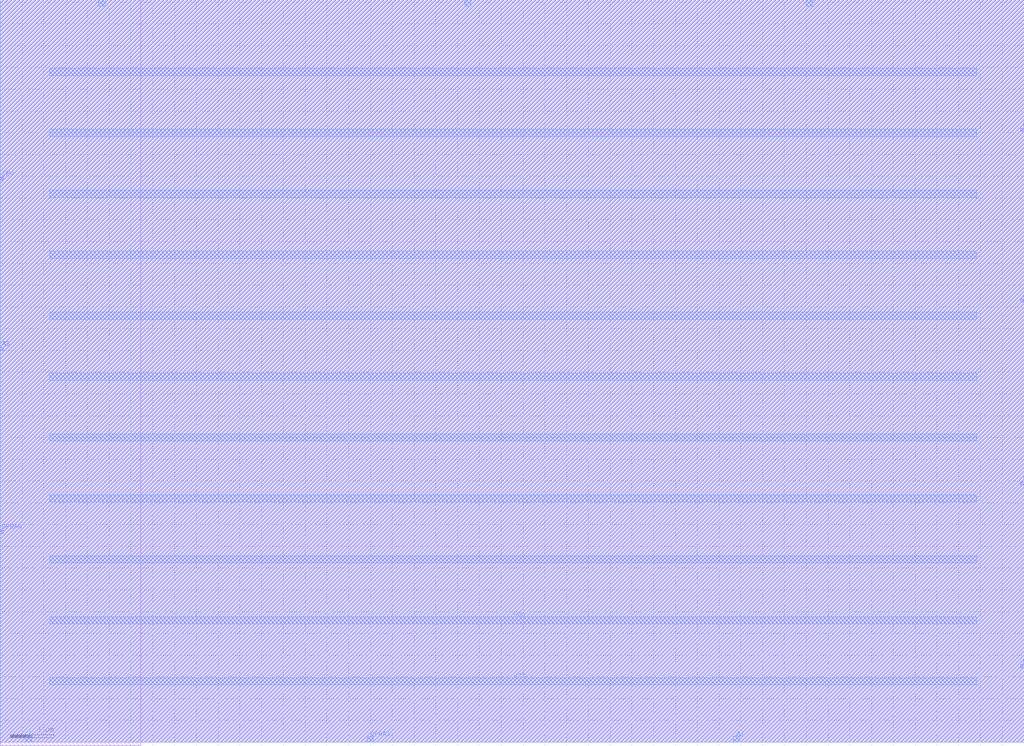
<source format=lef>
VERSION 5.8 ;
BUSBITCHARS "[]" ;
DIVIDERCHAR "/" ;
UNITS
    DATABASE MICRONS 2000 ;
END UNITS

MACRO RAM16X1D
  FOREIGN RAM16X1D 0 0 ;
  CLASS BLOCK ;
  SIZE 23.5 BY 17.05 ;
  PIN VSS
    USE GROUND ;
    DIRECTION INOUT ;
    PORT
      LAYER metal4 ;
        RECT  1.14 15.315 22.42 15.485 ;
        RECT  1.14 12.515 22.42 12.685 ;
        RECT  1.14 9.715 22.42 9.885 ;
        RECT  1.14 6.915 22.42 7.085 ;
        RECT  1.14 4.115 22.42 4.285 ;
        RECT  1.14 1.315 22.42 1.485 ;
    END
  END VSS
  PIN VDD
    USE POWER ;
    DIRECTION INOUT ;
    PORT
      LAYER metal4 ;
        RECT  1.14 13.915 22.42 14.085 ;
        RECT  1.14 11.115 22.42 11.285 ;
        RECT  1.14 8.315 22.42 8.485 ;
        RECT  1.14 5.515 22.42 5.685 ;
        RECT  1.14 2.715 22.42 2.885 ;
    END
  END VDD
  PIN A0
    DIRECTION INPUT ;
    USE SIGNAL ;
    PORT
      LAYER metal3 ;
        RECT  23.43 10.115 23.5 10.185 ;
    END
  END A0
  PIN A1
    DIRECTION INPUT ;
    USE SIGNAL ;
    PORT
      LAYER metal4 ;
        RECT  16.825 0 16.965 0.14 ;
    END
  END A1
  PIN A2
    DIRECTION INPUT ;
    USE SIGNAL ;
    PORT
      LAYER metal4 ;
        RECT  18.505 16.91 18.645 17.05 ;
    END
  END A2
  PIN A3
    DIRECTION INPUT ;
    USE SIGNAL ;
    PORT
      LAYER metal3 ;
        RECT  0 8.995 0.07 9.065 ;
    END
  END A3
  PIN D
    DIRECTION INPUT ;
    USE SIGNAL ;
    PORT
      LAYER metal4 ;
        RECT  0.585 0 0.725 0.14 ;
    END
  END D
  PIN DPO
    DIRECTION OUTPUT ;
    USE SIGNAL ;
    PORT
      LAYER metal3 ;
        RECT  23.43 1.715 23.5 1.785 ;
    END
  END DPO
  PIN DPRA0
    DIRECTION INPUT ;
    USE SIGNAL ;
    PORT
      LAYER metal3 ;
        RECT  0 4.795 0.07 4.865 ;
    END
  END DPRA0
  PIN DPRA1
    DIRECTION INPUT ;
    USE SIGNAL ;
    PORT
      LAYER metal4 ;
        RECT  10.665 16.91 10.805 17.05 ;
    END
  END DPRA1
  PIN DPRA2
    DIRECTION INPUT ;
    USE SIGNAL ;
    PORT
      LAYER metal3 ;
        RECT  23.43 14.035 23.5 14.105 ;
    END
  END DPRA2
  PIN DPRA3
    DIRECTION INPUT ;
    USE SIGNAL ;
    PORT
      LAYER metal4 ;
        RECT  8.425 0 8.565 0.14 ;
    END
  END DPRA3
  PIN SPO
    DIRECTION OUTPUT ;
    USE SIGNAL ;
    PORT
      LAYER metal3 ;
        RECT  0 12.915 0.07 12.985 ;
    END
  END SPO
  PIN WCLK
    DIRECTION INPUT ;
    USE SIGNAL ;
    PORT
      LAYER metal4 ;
        RECT  2.265 16.91 2.405 17.05 ;
    END
  END WCLK
  PIN WE
    DIRECTION INPUT ;
    USE SIGNAL ;
    PORT
      LAYER metal3 ;
        RECT  23.43 5.915 23.5 5.985 ;
    END
  END WE
  OBS
    LAYER metal1 ;
     RECT  0 -0.085 3.23 17.05 ;
     RECT  3.23 0 23.5 17.05 ;
    LAYER metal2 ;
     RECT  0 0 23.5 17.05 ;
    LAYER metal3 ;
     RECT  0 0 23.5 17.05 ;
    LAYER metal4 ;
     RECT  0 0 23.5 17.05 ;
  END
END RAM16X1D
END LIBRARY

</source>
